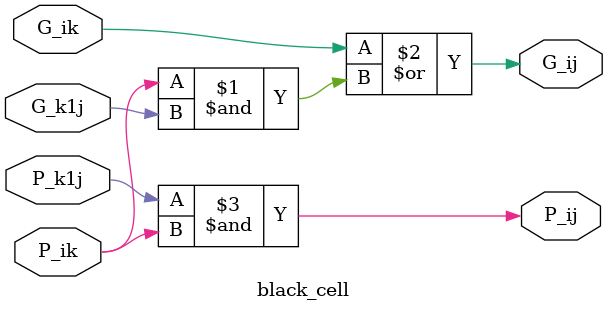
<source format=v>
`timescale 100ps / 1ps

module black_cell(
	input G_ik,P_ik,G_k1j,P_k1j,
	output G_ij, P_ij
    );


assign  G_ij = (G_ik) | (P_ik & G_k1j );
assign  P_ij = P_k1j & P_ik ;

endmodule

</source>
